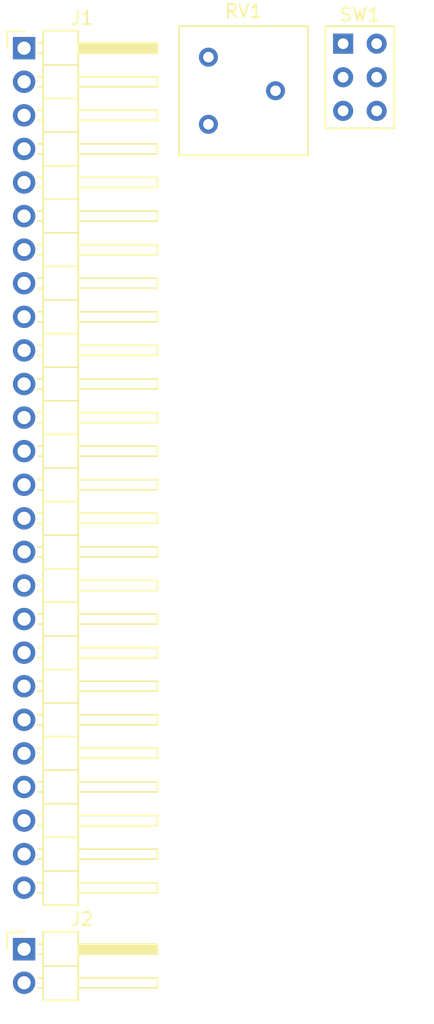
<source format=kicad_pcb>
(kicad_pcb (version 20211014) (generator pcbnew)
  (layers (0 "F.Cu" signal) (31 "B.Cu" signal) (34 "B.Paste" user) (35 "F.Paste" user) (36 "B.SilkS" user "B.Silkscreen") (37 "F.SilkS" user "F.Silkscreen") (38 "B.Mask" user) (39 "F.Mask" user) (44 "Edge.Cuts" user))
  (net 0 "")
  (net 1 "A4")
  (net 13 "BUS0")
  (net 14 "BUS1")
  (net 15 "BUS2")
  (net 16 "BUS3")
  (net 17 "BUS4")
  (net 18 "BUS5")
  (net 19 "BUS6")
  (net 20 "BUS7")
  (net 22 "~{WRITE}")
  (net 24 "~{EN}")
  (net 25 "GND")
  (net 26 "VCC")
  (net 27 "SPEAKER_OUT")
  (net 29 "Net-(LS1-PadR1)")
  (footprint "Connector_PinHeader_2.54mm:PinHeader_1x02_P2.54mm_Horizontal" (layer "F.Cu") (at 97.79 142.826)
    (fp_text reference "J2" (at 4.385 -2.27) (layer "F.SilkS"))
    (fp_text value "Conn_01x02")
    (fp_line (start 1.042929 2.16) (end 1.44 2.16) (layer "F.SilkS") (width 0.12))
    (fp_line (start -1.27 0) (end -1.27 -1.27) (layer "F.SilkS") (width 0.12))
    (fp_line (start 4.1 -0.08) (end 10.1 -0.08) (layer "F.SilkS") (width 0.12))
    (fp_line (start 1.44 3.87) (end 4.1 3.87) (layer "F.SilkS") (width 0.12))
    (fp_line (start 10.1 2.92) (end 4.1 2.92) (layer "F.SilkS") (width 0.12))
    (fp_line (start 1.44 1.27) (end 4.1 1.27) (layer "F.SilkS") (width 0.12))
    (fp_line (start 4.1 -1.33) (end 1.44 -1.33) (layer "F.SilkS") (width 0.12))
    (fp_line (start 10.1 2.16) (end 10.1 2.92) (layer "F.SilkS") (width 0.12))
    (fp_line (start -1.27 -1.27) (end 0 -1.27) (layer "F.SilkS") (width 0.12))
    (fp_line (start 4.1 0.28) (end 10.1 0.28) (layer "F.SilkS") (width 0.12))
    (fp_line (start 10.1 0.38) (end 4.1 0.38) (layer "F.SilkS") (width 0.12))
    (fp_line (start 4.1 3.87) (end 4.1 -1.33) (layer "F.SilkS") (width 0.12))
    (fp_line (start 4.1 2.16) (end 10.1 2.16) (layer "F.SilkS") (width 0.12))
    (fp_line (start 1.042929 2.92) (end 1.44 2.92) (layer "F.SilkS") (width 0.12))
    (fp_line (start 4.1 -0.2) (end 10.1 -0.2) (layer "F.SilkS") (width 0.12))
    (fp_line (start 4.1 -0.32) (end 10.1 -0.32) (layer "F.SilkS") (width 0.12))
    (fp_line (start 4.1 0.16) (end 10.1 0.16) (layer "F.SilkS") (width 0.12))
    (fp_line (start 1.44 -1.33) (end 1.44 3.87) (layer "F.SilkS") (width 0.12))
    (fp_line (start 1.11 0.38) (end 1.44 0.38) (layer "F.SilkS") (width 0.12))
    (fp_line (start 4.1 0.04) (end 10.1 0.04) (layer "F.SilkS") (width 0.12))
    (fp_line (start 10.1 -0.38) (end 10.1 0.38) (layer "F.SilkS") (width 0.12))
    (fp_line (start 4.1 -0.38) (end 10.1 -0.38) (layer "F.SilkS") (width 0.12))
    (fp_line (start 1.11 -0.38) (end 1.44 -0.38) (layer "F.SilkS") (width 0.12))
    (pad "1" thru_hole rect locked (at 0 0) (size 1.7 1.7) (drill 1) (layers *.Cu *.Mask) (net 27 "SPEAKER_OUT"))
    (pad "2" thru_hole oval locked (at 0 2.54) (size 1.7 1.7) (drill 1) (layers *.Cu *.Mask) (net 27 "SPEAKER_OUT"))
  )
  (footprint "Potentiometer_THT:Potentiometer_Bourns_3386F_Vertical" (layer "F.Cu") (at 111.75 80.436)
    (fp_text reference "RV1" (at 2.655 -8.555) (layer "F.SilkS"))
    (fp_text value "R_POT_TRIM_US")
    (fp_line (start -2.23 -7.425) (end 7.54 -7.425) (layer "F.SilkS") (width 0.12))
    (fp_line (start 7.54 -7.425) (end 7.54 2.345) (layer "F.SilkS") (width 0.12))
    (fp_line (start -2.23 -7.425) (end -2.23 2.345) (layer "F.SilkS") (width 0.12))
    (fp_line (start -2.23 2.345) (end 7.54 2.345) (layer "F.SilkS") (width 0.12))
    (pad "1" thru_hole circle (at 0 0) (size 1.44 1.44) (drill 0.8) (layers *.Cu *.Mask))
    (pad "2" thru_hole circle (at 5.08 -2.54) (size 1.44 1.44) (drill 0.8) (layers *.Cu *.Mask) (net 29 "Net-(LS1-PadR1)"))
    (pad "3" thru_hole circle (at 0 -5.08) (size 1.44 1.44) (drill 0.8) (layers *.Cu *.Mask) (net 25 "GND"))
  )
  (footprint "Connector_PinHeader_2.54mm:PinHeader_1x26_P2.54mm_Horizontal" (layer "F.Cu") (at 97.79 74.676)
    (fp_text reference "J1" (at 4.385 -2.27) (layer "F.SilkS"))
    (fp_text value "Conn_01x26")
    (fp_line (start 1.042929 8) (end 1.44 8) (layer "F.SilkS") (width 0.12))
    (fp_line (start 1.44 52.07) (end 4.1 52.07) (layer "F.SilkS") (width 0.12))
    (fp_line (start 10.1 20.7) (end 4.1 20.7) (layer "F.SilkS") (width 0.12))
    (fp_line (start 4.1 35.18) (end 10.1 35.18) (layer "F.SilkS") (width 0.12))
    (fp_line (start 4.1 45.34) (end 10.1 45.34) (layer "F.SilkS") (width 0.12))
    (fp_line (start 1.042929 35.94) (end 1.44 35.94) (layer "F.SilkS") (width 0.12))
    (fp_line (start 4.1 63.12) (end 10.1 63.12) (layer "F.SilkS") (width 0.12))
    (fp_line (start 4.1 -1.33) (end 1.44 -1.33) (layer "F.SilkS") (width 0.12))
    (fp_line (start 1.042929 56.26) (end 1.44 56.26) (layer "F.SilkS") (width 0.12))
    (fp_line (start 1.44 49.53) (end 4.1 49.53) (layer "F.SilkS") (width 0.12))
    (fp_line (start 10.1 30.1) (end 10.1 30.86) (layer "F.SilkS") (width 0.12))
    (fp_line (start 10.1 30.86) (end 4.1 30.86) (layer "F.SilkS") (width 0.12))
    (fp_line (start 4.1 52.96) (end 10.1 52.96) (layer "F.SilkS") (width 0.12))
    (fp_line (start 1.042929 20.7) (end 1.44 20.7) (layer "F.SilkS") (width 0.12))
    (fp_line (start 10.1 35.18) (end 10.1 35.94) (layer "F.SilkS") (width 0.12))
    (fp_line (start 1.44 -1.33) (end 1.44 64.83) (layer "F.SilkS") (width 0.12))
    (fp_line (start 10.1 40.26) (end 10.1 41.02) (layer "F.SilkS") (width 0.12))
    (fp_line (start 1.44 62.23) (end 4.1 62.23) (layer "F.SilkS") (width 0.12))
    (fp_line (start 10.1 35.94) (end 4.1 35.94) (layer "F.SilkS") (width 0.12))
    (fp_line (start 1.44 13.97) (end 4.1 13.97) (layer "F.SilkS") (width 0.12))
    (fp_line (start 1.042929 4.7) (end 1.44 4.7) (layer "F.SilkS") (width 0.12))
    (fp_line (start 4.1 47.88) (end 10.1 47.88) (layer "F.SilkS") (width 0.12))
    (fp_line (start 1.042929 15.62) (end 1.44 15.62) (layer "F.SilkS") (width 0.12))
    (fp_line (start 1.042929 14.86) (end 1.44 14.86) (layer "F.SilkS") (width 0.12))
    (fp_line (start 10.1 13.08) (end 4.1 13.08) (layer "F.SilkS") (width 0.12))
    (fp_line (start 1.042929 37.72) (end 1.44 37.72) (layer "F.SilkS") (width 0.12))
    (fp_line (start 10.1 48.64) (end 4.1 48.64) (layer "F.SilkS") (width 0.12))
    (fp_line (start 10.1 2.92) (end 4.1 2.92) (layer "F.SilkS") (width 0.12))
    (fp_line (start 1.042929 45.34) (end 1.44 45.34) (layer "F.SilkS") (width 0.12))
    (fp_line (start 10.1 47.88) (end 10.1 48.64) (layer "F.SilkS") (width 0.12))
    (fp_line (start 4.1 0.04) (end 10.1 0.04) (layer "F.SilkS") (width 0.12))
    (fp_line (start 10.1 27.56) (end 10.1 28.32) (layer "F.SilkS") (width 0.12))
    (fp_line (start 1.042929 46.1) (end 1.44 46.1) (layer "F.SilkS") (width 0.12))
    (fp_line (start 1.042929 63.12) (end 1.44 63.12) (layer "F.SilkS") (width 0.12))
    (fp_line (start 10.1 45.34) (end 10.1 46.1) (layer "F.SilkS") (width 0.12))
    (fp_line (start 1.042929 27.56) (end 1.44 27.56) (layer "F.SilkS") (width 0.12))
    (fp_line (start 4.1 0.28) (end 10.1 0.28) (layer "F.SilkS") (width 0.12))
    (fp_line (start 4.1 19.94) (end 10.1 19.94) (layer "F.SilkS") (width 0.12))
    (fp_line (start 10.1 15.62) (end 4.1 15.62) (layer "F.SilkS") (width 0.12))
    (fp_line (start 4.1 14.86) (end 10.1 14.86) (layer "F.SilkS") (width 0.12))
    (fp_line (start 4.1 7.24) (end 10.1 7.24) (layer "F.SilkS") (width 0.12))
    (fp_line (start 1.042929 9.78) (end 1.44 9.78) (layer "F.SilkS") (width 0.12))
    (fp_line (start 10.1 32.64) (end 10.1 33.4) (layer "F.SilkS") (width 0.12))
    (fp_line (start 1.44 11.43) (end 4.1 11.43) (layer "F.SilkS") (width 0.12))
    (fp_line (start 1.44 19.05) (end 4.1 19.05) (layer "F.SilkS") (width 0.12))
    (fp_line (start 1.44 24.13) (end 4.1 24.13) (layer "F.SilkS") (width 0.12))
    (fp_line (start 4.1 50.42) (end 10.1 50.42) (layer "F.SilkS") (width 0.12))
    (fp_line (start 10.1 22.48) (end 10.1 23.24) (layer "F.SilkS") (width 0.12))
    (fp_line (start 10.1 37.72) (end 10.1 38.48) (layer "F.SilkS") (width 0.12))
    (fp_line (start 10.1 5.46) (end 4.1 5.46) (layer "F.SilkS") (width 0.12))
    (fp_line (start 4.1 4.7) (end 10.1 4.7) (layer "F.SilkS") (width 0.12))
    (fp_line (start 1.042929 58.04) (end 1.44 58.04) (layer "F.SilkS") (width 0.12))
    (fp_line (start 4.1 42.8) (end 10.1 42.8) (layer "F.SilkS") (width 0.12))
    (fp_line (start 1.44 6.35) (end 4.1 6.35) (layer "F.SilkS") (width 0.12))
    (fp_line (start 1.042929 7.24) (end 1.44 7.24) (layer "F.SilkS") (width 0.12))
    (fp_line (start 1.44 29.21) (end 4.1 29.21) (layer "F.SilkS") (width 0.12))
    (fp_line (start 4.1 17.4) (end 10.1 17.4) (layer "F.SilkS") (width 0.12))
    (fp_line (start 10.1 12.32) (end 10.1 13.08) (layer "F.SilkS") (width 0.12))
    (fp_line (start 4.1 9.78) (end 10.1 9.78) (layer "F.SilkS") (width 0.12))
    (fp_line (start 4.1 37.72) (end 10.1 37.72) (layer "F.SilkS") (width 0.12))
    (fp_line (start 1.44 54.61) (end 4.1 54.61) (layer "F.SilkS") (width 0.12))
    (fp_line (start 1.042929 58.8) (end 1.44 58.8) (layer "F.SilkS") (width 0.12))
    (fp_line (start 1.042929 55.5) (end 1.44 55.5) (layer "F.SilkS") (width 0.12))
    (fp_line (start -1.27 -1.27) (end 0 -1.27) (layer "F.SilkS") (width 0.12))
    (fp_line (start 1.44 8.89) (end 4.1 8.89) (layer "F.SilkS") (width 0.12))
    (fp_line (start 1.11 0.38) (end 1.44 0.38) (layer "F.SilkS") (width 0.12))
    (fp_line (start 10.1 63.88) (end 4.1 63.88) (layer "F.SilkS") (width 0.12))
    (fp_line (start 10.1 61.34) (end 4.1 61.34) (layer "F.SilkS") (width 0.12))
    (fp_line (start 4.1 60.58) (end 10.1 60.58) (layer "F.SilkS") (width 0.12))
    (fp_line (start 1.44 44.45) (end 4.1 44.45) (layer "F.SilkS") (width 0.12))
    (fp_line (start 1.042929 25.78) (end 1.44 25.78) (layer "F.SilkS") (width 0.12))
    (fp_line (start 1.44 64.83) (end 4.1 64.83) (layer "F.SilkS") (width 0.12))
    (fp_line (start 10.1 14.86) (end 10.1 15.62) (layer "F.SilkS") (width 0.12))
    (fp_line (start 1.042929 43.56) (end 1.44 43.56) (layer "F.SilkS") (width 0.12))
    (fp_line (start 4.1 -0.32) (end 10.1 -0.32) (layer "F.SilkS") (width 0.12))
    (fp_line (start 4.1 22.48) (end 10.1 22.48) (layer "F.SilkS") (width 0.12))
    (fp_line (start 1.042929 40.26) (end 1.44 40.26) (layer "F.SilkS") (width 0.12))
    (fp_line (start 1.44 46.99) (end 4.1 46.99) (layer "F.SilkS") (width 0.12))
    (fp_line (start 10.1 38.48) (end 4.1 38.48) (layer "F.SilkS") (width 0.12))
    (fp_line (start 1.042929 17.4) (end 1.44 17.4) (layer "F.SilkS") (width 0.12))
    (fp_line (start 10.1 19.94) (end 10.1 20.7) (layer "F.SilkS") (width 0.12))
    (fp_line (start 10.1 7.24) (end 10.1 8) (layer "F.SilkS") (width 0.12))
    (fp_line (start 10.1 50.42) (end 10.1 51.18) (layer "F.SilkS") (width 0.12))
    (fp_line (start 1.44 34.29) (end 4.1 34.29) (layer "F.SilkS") (width 0.12))
    (fp_line (start 4.1 40.26) (end 10.1 40.26) (layer "F.SilkS") (width 0.12))
    (fp_line (start 10.1 46.1) (end 4.1 46.1) (layer "F.SilkS") (width 0.12))
    (fp_line (start 4.1 58.04) (end 10.1 58.04) (layer "F.SilkS") (width 0.12))
    (fp_line (start 10.1 53.72) (end 4.1 53.72) (layer "F.SilkS") (width 0.12))
    (fp_line (start 1.042929 41.02) (end 1.44 41.02) (layer "F.SilkS") (width 0.12))
    (fp_line (start 4.1 0.16) (end 10.1 0.16) (layer "F.SilkS") (width 0.12))
    (fp_line (start 10.1 63.12) (end 10.1 63.88) (layer "F.SilkS") (width 0.12))
    (fp_line (start 10.1 4.7) (end 10.1 5.46) (layer "F.SilkS") (width 0.12))
    (fp_line (start 10.1 51.18) (end 4.1 51.18) (layer "F.SilkS") (width 0.12))
    (fp_line (start 1.44 57.15) (end 4.1 57.15) (layer "F.SilkS") (width 0.12))
    (fp_line (start 1.042929 52.96) (end 1.44 52.96) (layer "F.SilkS") (width 0.12))
    (fp_line (start 10.1 17.4) (end 10.1 18.16) (layer "F.SilkS") (width 0.12))
    (fp_line (start 1.042929 2.16) (end 1.44 2.16) (layer "F.SilkS") (width 0.12))
    (fp_line (start 10.1 25.02) (end 10.1 25.78) (layer "F.SilkS") (width 0.12))
    (fp_line (start 10.1 28.32) (end 4.1 28.32) (layer "F.SilkS") (width 0.12))
    (fp_line (start 1.042929 38.48) (end 1.44 38.48) (layer "F.SilkS") (width 0.12))
    (fp_line (start 1.042929 30.1) (end 1.44 30.1) (layer "F.SilkS") (width 0.12))
    (fp_line (start 10.1 58.8) (end 4.1 58.8) (layer "F.SilkS") (width 0.12))
    (fp_line (start 1.042929 48.64) (end 1.44 48.64) (layer "F.SilkS") (width 0.12))
    (fp_line (start 1.042929 33.4) (end 1.44 33.4) (layer "F.SilkS") (width 0.12))
    (fp_line (start 4.1 -0.08) (end 10.1 -0.08) (layer "F.SilkS") (width 0.12))
    (fp_line (start 1.042929 42.8) (end 1.44 42.8) (layer "F.SilkS") (width 0.12))
    (fp_line (start 4.1 -0.2) (end 10.1 -0.2) (layer "F.SilkS") (width 0.12))
    (fp_line (start 1.11 -0.38) (end 1.44 -0.38) (layer "F.SilkS") (width 0.12))
    (fp_line (start 1.44 21.59) (end 4.1 21.59) (layer "F.SilkS") (width 0.12))
    (fp_line (start 10.1 10.54) (end 4.1 10.54) (layer "F.SilkS") (width 0.12))
    (fp_line (start 1.042929 28.32) (end 1.44 28.32) (layer "F.SilkS") (width 0.12))
    (fp_line (start 1.042929 18.16) (end 1.44 18.16) (layer "F.SilkS") (width 0.12))
    (fp_line (start 1.042929 63.88) (end 1.44 63.88) (layer "F.SilkS") (width 0.12))
    (fp_line (start 10.1 60.58) (end 10.1 61.34) (layer "F.SilkS") (width 0.12))
    (fp_line (start 1.042929 50.42) (end 1.44 50.42) (layer "F.SilkS") (width 0.12))
    (fp_line (start 1.042929 5.46) (end 1.44 5.46) (layer "F.SilkS") (width 0.12))
    (fp_line (start 1.44 1.27) (end 4.1 1.27) (layer "F.SilkS") (width 0.12))
    (fp_line (start 1.44 3.81) (end 4.1 3.81) (layer "F.SilkS") (width 0.12))
    (fp_line (start 4.1 2.16) (end 10.1 2.16) (layer "F.SilkS") (width 0.12))
    (fp_line (start 10.1 9.78) (end 10.1 10.54) (layer "F.SilkS") (width 0.12))
    (fp_line (start 4.1 64.83) (end 4.1 -1.33) (layer "F.SilkS") (width 0.12))
    (fp_line (start 1.44 41.91) (end 4.1 41.91) (layer "F.SilkS") (width 0.12))
    (fp_line (start 10.1 33.4) (end 4.1 33.4) (layer "F.SilkS") (width 0.12))
    (fp_line (start 1.44 39.37) (end 4.1 39.37) (layer "F.SilkS") (width 0.12))
    (fp_line (start 1.44 26.67) (end 4.1 26.67) (layer "F.SilkS") (width 0.12))
    (fp_line (start 1.042929 47.88) (end 1.44 47.88) (layer "F.SilkS") (width 0.12))
    (fp_line (start 4.1 32.64) (end 10.1 32.64) (layer "F.SilkS") (width 0.12))
    (fp_line (start 1.44 16.51) (end 4.1 16.51) (layer "F.SilkS") (width 0.12))
    (fp_line (start 10.1 58.04) (end 10.1 58.8) (layer "F.SilkS") (width 0.12))
    (fp_line (start 1.042929 61.34) (end 1.44 61.34) (layer "F.SilkS") (width 0.12))
    (fp_line (start 4.1 55.5) (end 10.1 55.5) (layer "F.SilkS") (width 0.12))
    (fp_line (start 1.042929 32.64) (end 1.44 32.64) (layer "F.SilkS") (width 0.12))
    (fp_line (start 10.1 52.96) (end 10.1 53.72) (layer "F.SilkS") (width 0.12))
    (fp_line (start 10.1 8) (end 4.1 8) (layer "F.SilkS") (width 0.12))
    (fp_line (start 4.1 12.32) (end 10.1 12.32) (layer "F.SilkS") (width 0.12))
    (fp_line (start 4.1 -0.38) (end 10.1 -0.38) (layer "F.SilkS") (width 0.12))
    (fp_line (start 1.042929 10.54) (end 1.44 10.54) (layer "F.SilkS") (width 0.12))
    (fp_line (start 4.1 27.56) (end 10.1 27.56) (layer "F.SilkS") (width 0.12))
    (fp_line (start 10.1 0.38) (end 4.1 0.38) (layer "F.SilkS") (width 0.12))
    (fp_line (start 1.042929 30.86) (end 1.44 30.86) (layer "F.SilkS") (width 0.12))
    (fp_line (start 10.1 42.8) (end 10.1 43.56) (layer "F.SilkS") (width 0.12))
    (fp_line (start 1.44 36.83) (end 4.1 36.83) (layer "F.SilkS") (width 0.12))
    (fp_line (start 1.042929 35.18) (end 1.44 35.18) (layer "F.SilkS") (width 0.12))
    (fp_line (start -1.27 0) (end -1.27 -1.27) (layer "F.SilkS") (width 0.12))
    (fp_line (start 10.1 43.56) (end 4.1 43.56) (layer "F.SilkS") (width 0.12))
    (fp_line (start 1.042929 25.02) (end 1.44 25.02) (layer "F.SilkS") (width 0.12))
    (fp_line (start 10.1 -0.38) (end 10.1 0.38) (layer "F.SilkS") (width 0.12))
    (fp_line (start 4.1 30.1) (end 10.1 30.1) (layer "F.SilkS") (width 0.12))
    (fp_line (start 1.042929 23.24) (end 1.44 23.24) (layer "F.SilkS") (width 0.12))
    (fp_line (start 1.44 59.69) (end 4.1 59.69) (layer "F.SilkS") (width 0.12))
    (fp_line (start 1.042929 53.72) (end 1.44 53.72) (layer "F.SilkS") (width 0.12))
    (fp_line (start 10.1 23.24) (end 4.1 23.24) (layer "F.SilkS") (width 0.12))
    (fp_line (start 1.042929 2.92) (end 1.44 2.92) (layer "F.SilkS") (width 0.12))
    (fp_line (start 1.042929 19.94) (end 1.44 19.94) (layer "F.SilkS") (width 0.12))
    (fp_line (start 1.042929 22.48) (end 1.44 22.48) (layer "F.SilkS") (width 0.12))
    (fp_line (start 1.042929 13.08) (end 1.44 13.08) (layer "F.SilkS") (width 0.12))
    (fp_line (start 1.44 31.75) (end 4.1 31.75) (layer "F.SilkS") (width 0.12))
    (fp_line (start 10.1 18.16) (end 4.1 18.16) (layer "F.SilkS") (width 0.12))
    (fp_line (start 4.1 25.02) (end 10.1 25.02) (layer "F.SilkS") (width 0.12))
    (fp_line (start 1.042929 51.18) (end 1.44 51.18) (layer "F.SilkS") (width 0.12))
    (fp_line (start 10.1 2.16) (end 10.1 2.92) (layer "F.SilkS") (width 0.12))
    (fp_line (start 1.042929 12.32) (end 1.44 12.32) (layer "F.SilkS") (width 0.12))
    (fp_line (start 10.1 55.5) (end 10.1 56.26) (layer "F.SilkS") (width 0.12))
    (fp_line (start 10.1 25.78) (end 4.1 25.78) (layer "F.SilkS") (width 0.12))
    (fp_line (start 10.1 41.02) (end 4.1 41.02) (layer "F.SilkS") (width 0.12))
    (fp_line (start 1.042929 60.58) (end 1.44 60.58) (layer "F.SilkS") (width 0.12))
    (fp_line (start 10.1 56.26) (end 4.1 56.26) (layer "F.SilkS") (width 0.12))
    (pad "1" thru_hole rect locked (at 0 0) (size 1.7 1.7) (drill 1) (layers *.Cu *.Mask) (net 1 "A4"))
    (pad "2" thru_hole oval locked (at 0 2.54) (size 1.7 1.7) (drill 1) (layers *.Cu *.Mask))
    (pad "3" thru_hole oval locked (at 0 5.08) (size 1.7 1.7) (drill 1) (layers *.Cu *.Mask))
    (pad "4" thru_hole oval locked (at 0 7.62) (size 1.7 1.7) (drill 1) (layers *.Cu *.Mask))
    (pad "5" thru_hole oval locked (at 0 10.16) (size 1.7 1.7) (drill 1) (layers *.Cu *.Mask))
    (pad "6" thru_hole oval locked (at 0 12.7) (size 1.7 1.7) (drill 1) (layers *.Cu *.Mask))
    (pad "7" thru_hole oval locked (at 0 15.24) (size 1.7 1.7) (drill 1) (layers *.Cu *.Mask))
    (pad "8" thru_hole oval locked (at 0 17.78) (size 1.7 1.7) (drill 1) (layers *.Cu *.Mask))
    (pad "9" thru_hole oval locked (at 0 20.32) (size 1.7 1.7) (drill 1) (layers *.Cu *.Mask))
    (pad "10" thru_hole oval locked (at 0 22.86) (size 1.7 1.7) (drill 1) (layers *.Cu *.Mask))
    (pad "11" thru_hole oval locked (at 0 25.4) (size 1.7 1.7) (drill 1) (layers *.Cu *.Mask))
    (pad "12" thru_hole oval locked (at 0 27.94) (size 1.7 1.7) (drill 1) (layers *.Cu *.Mask))
    (pad "13" thru_hole oval locked (at 0 30.48) (size 1.7 1.7) (drill 1) (layers *.Cu *.Mask) (net 13 "BUS0"))
    (pad "14" thru_hole oval locked (at 0 33.02) (size 1.7 1.7) (drill 1) (layers *.Cu *.Mask) (net 14 "BUS1"))
    (pad "15" thru_hole oval locked (at 0 35.56) (size 1.7 1.7) (drill 1) (layers *.Cu *.Mask) (net 15 "BUS2"))
    (pad "16" thru_hole oval locked (at 0 38.1) (size 1.7 1.7) (drill 1) (layers *.Cu *.Mask) (net 16 "BUS3"))
    (pad "17" thru_hole oval locked (at 0 40.64) (size 1.7 1.7) (drill 1) (layers *.Cu *.Mask) (net 17 "BUS4"))
    (pad "18" thru_hole oval locked (at 0 43.18) (size 1.7 1.7) (drill 1) (layers *.Cu *.Mask) (net 18 "BUS5"))
    (pad "19" thru_hole oval locked (at 0 45.72) (size 1.7 1.7) (drill 1) (layers *.Cu *.Mask) (net 19 "BUS6"))
    (pad "20" thru_hole oval locked (at 0 48.26) (size 1.7 1.7) (drill 1) (layers *.Cu *.Mask) (net 20 "BUS7"))
    (pad "21" thru_hole oval locked (at 0 50.8) (size 1.7 1.7) (drill 1) (layers *.Cu *.Mask))
    (pad "22" thru_hole oval locked (at 0 53.34) (size 1.7 1.7) (drill 1) (layers *.Cu *.Mask) (net 22 "~{WRITE}"))
    (pad "23" thru_hole oval locked (at 0 55.88) (size 1.7 1.7) (drill 1) (layers *.Cu *.Mask))
    (pad "24" thru_hole oval locked (at 0 58.42) (size 1.7 1.7) (drill 1) (layers *.Cu *.Mask) (net 24 "~{EN}"))
    (pad "25" thru_hole oval locked (at 0 60.96) (size 1.7 1.7) (drill 1) (layers *.Cu *.Mask) (net 25 "GND"))
    (pad "26" thru_hole oval locked (at 0 63.5) (size 1.7 1.7) (drill 1) (layers *.Cu *.Mask) (net 26 "VCC"))
  )
  (footprint "Button_Switch_THT:SW_NKK_G1xJP" (layer "F.Cu") (at 121.95 74.336)
    (fp_text reference "SW1" (at 1.27 -2.2) (layer "F.SilkS"))
    (fp_text value "SW_Push_DPDT")
    (fp_line (start 3.88112 -1.3208) (end 3.88112 6.4008) (layer "F.SilkS") (width 0.12))
    (fp_line (start -1.34112 6.4008) (end -1.34112 -1.3208) (layer "F.SilkS") (width 0.12))
    (fp_line (start -1.34112 -1.3208) (end 3.88112 -1.3208) (layer "F.SilkS") (width 0.12))
    (fp_line (start -1.34112 6.4008) (end 3.88112 6.4008) (layer "F.SilkS") (width 0.12))
    (pad "1" thru_hole rect locked (at 0 0) (size 1.524 1.524) (drill 0.8128) (layers *.Cu *.Mask))
    (pad "2" thru_hole circle locked (at 0 2.54) (size 1.524 1.524) (drill 0.8128) (layers *.Cu *.Mask))
    (pad "3" thru_hole circle locked (at 0 5.08) (size 1.524 1.524) (drill 0.8128) (layers *.Cu *.Mask))
    (pad "4" thru_hole circle locked (at 2.54 5.08) (size 1.524 1.524) (drill 0.8128) (layers *.Cu *.Mask))
    (pad "5" thru_hole circle locked (at 2.54 2.54) (size 1.524 1.524) (drill 0.8128) (layers *.Cu *.Mask))
    (pad "6" thru_hole circle locked (at 2.54 0) (size 1.524 1.524) (drill 0.8128) (layers *.Cu *.Mask))
  )
)
</source>
